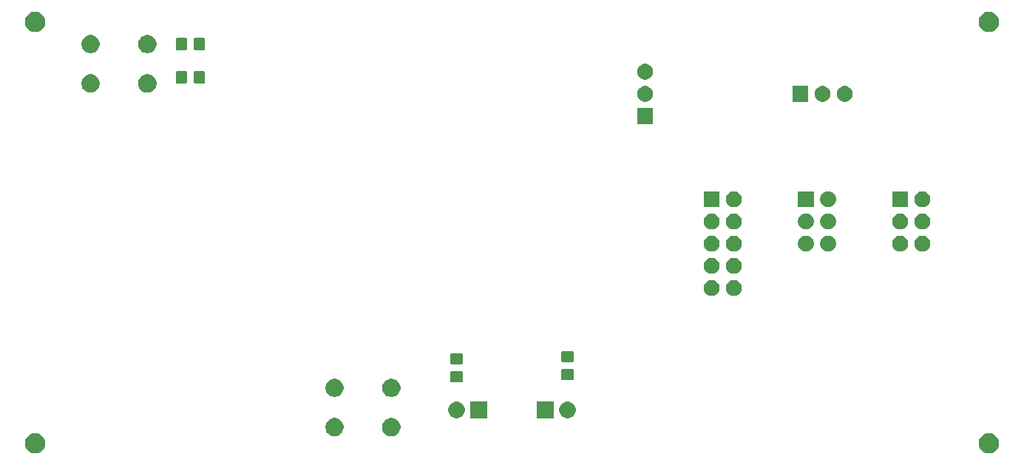
<source format=gbr>
%TF.GenerationSoftware,KiCad,Pcbnew,5.1.5-1.fc31*%
%TF.CreationDate,2020-04-02T16:35:23+02:00*%
%TF.ProjectId,avrisp-mkII-clone,61767269-7370-42d6-9d6b-49492d636c6f,1.0*%
%TF.SameCoordinates,PX54c81a0PY82ce540*%
%TF.FileFunction,Soldermask,Bot*%
%TF.FilePolarity,Negative*%
%FSLAX46Y46*%
G04 Gerber Fmt 4.6, Leading zero omitted, Abs format (unit mm)*
G04 Created by KiCad (PCBNEW 5.1.5-1.fc31) date 2020-04-02 16:35:23*
%MOMM*%
%LPD*%
G04 APERTURE LIST*
%ADD10C,0.150000*%
G04 APERTURE END LIST*
D10*
G36*
X111984549Y3668884D02*
G01*
X112095734Y3646768D01*
X112243850Y3585416D01*
X112272293Y3573635D01*
X112305203Y3560003D01*
X112493720Y3434040D01*
X112654040Y3273720D01*
X112780003Y3085203D01*
X112866768Y2875734D01*
X112911000Y2653364D01*
X112911000Y2426636D01*
X112866768Y2204266D01*
X112780003Y1994797D01*
X112654040Y1806280D01*
X112493720Y1645960D01*
X112305203Y1519997D01*
X112095734Y1433232D01*
X111984549Y1411116D01*
X111873365Y1389000D01*
X111646635Y1389000D01*
X111535451Y1411116D01*
X111424266Y1433232D01*
X111214797Y1519997D01*
X111026280Y1645960D01*
X110865960Y1806280D01*
X110739997Y1994797D01*
X110653232Y2204266D01*
X110609000Y2426636D01*
X110609000Y2653364D01*
X110653232Y2875734D01*
X110739997Y3085203D01*
X110865960Y3273720D01*
X111026280Y3434040D01*
X111214797Y3560003D01*
X111247708Y3573635D01*
X111276150Y3585416D01*
X111424266Y3646768D01*
X111535451Y3668884D01*
X111646635Y3691000D01*
X111873365Y3691000D01*
X111984549Y3668884D01*
G37*
G36*
X2764549Y3668884D02*
G01*
X2875734Y3646768D01*
X3023850Y3585416D01*
X3052293Y3573635D01*
X3085203Y3560003D01*
X3273720Y3434040D01*
X3434040Y3273720D01*
X3560003Y3085203D01*
X3646768Y2875734D01*
X3691000Y2653364D01*
X3691000Y2426636D01*
X3646768Y2204266D01*
X3560003Y1994797D01*
X3434040Y1806280D01*
X3273720Y1645960D01*
X3085203Y1519997D01*
X2875734Y1433232D01*
X2764549Y1411116D01*
X2653365Y1389000D01*
X2426635Y1389000D01*
X2315451Y1411116D01*
X2204266Y1433232D01*
X1994797Y1519997D01*
X1806280Y1645960D01*
X1645960Y1806280D01*
X1519997Y1994797D01*
X1433232Y2204266D01*
X1389000Y2426636D01*
X1389000Y2653364D01*
X1433232Y2875734D01*
X1519997Y3085203D01*
X1645960Y3273720D01*
X1806280Y3434040D01*
X1994797Y3560003D01*
X2027708Y3573635D01*
X2056150Y3585416D01*
X2204266Y3646768D01*
X2315451Y3668884D01*
X2426635Y3691000D01*
X2653365Y3691000D01*
X2764549Y3668884D01*
G37*
G36*
X43636564Y5400611D02*
G01*
X43827833Y5321385D01*
X43827835Y5321384D01*
X43999973Y5206365D01*
X44146365Y5059973D01*
X44261385Y4887833D01*
X44340611Y4696564D01*
X44381000Y4493516D01*
X44381000Y4286484D01*
X44340611Y4083436D01*
X44261385Y3892167D01*
X44261384Y3892165D01*
X44146365Y3720027D01*
X43999973Y3573635D01*
X43827835Y3458616D01*
X43827834Y3458615D01*
X43827833Y3458615D01*
X43636564Y3379389D01*
X43433516Y3339000D01*
X43226484Y3339000D01*
X43023436Y3379389D01*
X42832167Y3458615D01*
X42832166Y3458615D01*
X42832165Y3458616D01*
X42660027Y3573635D01*
X42513635Y3720027D01*
X42398616Y3892165D01*
X42398615Y3892167D01*
X42319389Y4083436D01*
X42279000Y4286484D01*
X42279000Y4493516D01*
X42319389Y4696564D01*
X42398615Y4887833D01*
X42513635Y5059973D01*
X42660027Y5206365D01*
X42832165Y5321384D01*
X42832167Y5321385D01*
X43023436Y5400611D01*
X43226484Y5441000D01*
X43433516Y5441000D01*
X43636564Y5400611D01*
G37*
G36*
X37136564Y5400611D02*
G01*
X37327833Y5321385D01*
X37327835Y5321384D01*
X37499973Y5206365D01*
X37646365Y5059973D01*
X37761385Y4887833D01*
X37840611Y4696564D01*
X37881000Y4493516D01*
X37881000Y4286484D01*
X37840611Y4083436D01*
X37761385Y3892167D01*
X37761384Y3892165D01*
X37646365Y3720027D01*
X37499973Y3573635D01*
X37327835Y3458616D01*
X37327834Y3458615D01*
X37327833Y3458615D01*
X37136564Y3379389D01*
X36933516Y3339000D01*
X36726484Y3339000D01*
X36523436Y3379389D01*
X36332167Y3458615D01*
X36332166Y3458615D01*
X36332165Y3458616D01*
X36160027Y3573635D01*
X36013635Y3720027D01*
X35898616Y3892165D01*
X35898615Y3892167D01*
X35819389Y4083436D01*
X35779000Y4286484D01*
X35779000Y4493516D01*
X35819389Y4696564D01*
X35898615Y4887833D01*
X36013635Y5059973D01*
X36160027Y5206365D01*
X36332165Y5321384D01*
X36332167Y5321385D01*
X36523436Y5400611D01*
X36726484Y5441000D01*
X36933516Y5441000D01*
X37136564Y5400611D01*
G37*
G36*
X63777395Y7264454D02*
G01*
X63950466Y7192766D01*
X63950467Y7192765D01*
X64106227Y7088690D01*
X64238690Y6956227D01*
X64238691Y6956225D01*
X64342766Y6800466D01*
X64414454Y6627395D01*
X64451000Y6443667D01*
X64451000Y6256333D01*
X64414454Y6072605D01*
X64342766Y5899534D01*
X64342765Y5899533D01*
X64238690Y5743773D01*
X64106227Y5611310D01*
X64027818Y5558919D01*
X63950466Y5507234D01*
X63777395Y5435546D01*
X63593667Y5399000D01*
X63406333Y5399000D01*
X63222605Y5435546D01*
X63049534Y5507234D01*
X62972182Y5558919D01*
X62893773Y5611310D01*
X62761310Y5743773D01*
X62657235Y5899533D01*
X62657234Y5899534D01*
X62585546Y6072605D01*
X62549000Y6256333D01*
X62549000Y6443667D01*
X62585546Y6627395D01*
X62657234Y6800466D01*
X62761309Y6956225D01*
X62761310Y6956227D01*
X62893773Y7088690D01*
X63049533Y7192765D01*
X63049534Y7192766D01*
X63222605Y7264454D01*
X63406333Y7301000D01*
X63593667Y7301000D01*
X63777395Y7264454D01*
G37*
G36*
X54291000Y5399000D02*
G01*
X52389000Y5399000D01*
X52389000Y7301000D01*
X54291000Y7301000D01*
X54291000Y5399000D01*
G37*
G36*
X51077395Y7264454D02*
G01*
X51250466Y7192766D01*
X51250467Y7192765D01*
X51406227Y7088690D01*
X51538690Y6956227D01*
X51538691Y6956225D01*
X51642766Y6800466D01*
X51714454Y6627395D01*
X51751000Y6443667D01*
X51751000Y6256333D01*
X51714454Y6072605D01*
X51642766Y5899534D01*
X51642765Y5899533D01*
X51538690Y5743773D01*
X51406227Y5611310D01*
X51327818Y5558919D01*
X51250466Y5507234D01*
X51077395Y5435546D01*
X50893667Y5399000D01*
X50706333Y5399000D01*
X50522605Y5435546D01*
X50349534Y5507234D01*
X50272182Y5558919D01*
X50193773Y5611310D01*
X50061310Y5743773D01*
X49957235Y5899533D01*
X49957234Y5899534D01*
X49885546Y6072605D01*
X49849000Y6256333D01*
X49849000Y6443667D01*
X49885546Y6627395D01*
X49957234Y6800466D01*
X50061309Y6956225D01*
X50061310Y6956227D01*
X50193773Y7088690D01*
X50349533Y7192765D01*
X50349534Y7192766D01*
X50522605Y7264454D01*
X50706333Y7301000D01*
X50893667Y7301000D01*
X51077395Y7264454D01*
G37*
G36*
X61911000Y5399000D02*
G01*
X60009000Y5399000D01*
X60009000Y7301000D01*
X61911000Y7301000D01*
X61911000Y5399000D01*
G37*
G36*
X37136564Y9900611D02*
G01*
X37327833Y9821385D01*
X37327835Y9821384D01*
X37447149Y9741661D01*
X37499973Y9706365D01*
X37646365Y9559973D01*
X37761385Y9387833D01*
X37840611Y9196564D01*
X37881000Y8993516D01*
X37881000Y8786484D01*
X37840611Y8583436D01*
X37761385Y8392167D01*
X37761384Y8392165D01*
X37646365Y8220027D01*
X37499973Y8073635D01*
X37327835Y7958616D01*
X37327834Y7958615D01*
X37327833Y7958615D01*
X37136564Y7879389D01*
X36933516Y7839000D01*
X36726484Y7839000D01*
X36523436Y7879389D01*
X36332167Y7958615D01*
X36332166Y7958615D01*
X36332165Y7958616D01*
X36160027Y8073635D01*
X36013635Y8220027D01*
X35898616Y8392165D01*
X35898615Y8392167D01*
X35819389Y8583436D01*
X35779000Y8786484D01*
X35779000Y8993516D01*
X35819389Y9196564D01*
X35898615Y9387833D01*
X36013635Y9559973D01*
X36160027Y9706365D01*
X36212851Y9741661D01*
X36332165Y9821384D01*
X36332167Y9821385D01*
X36523436Y9900611D01*
X36726484Y9941000D01*
X36933516Y9941000D01*
X37136564Y9900611D01*
G37*
G36*
X43636564Y9900611D02*
G01*
X43827833Y9821385D01*
X43827835Y9821384D01*
X43947149Y9741661D01*
X43999973Y9706365D01*
X44146365Y9559973D01*
X44261385Y9387833D01*
X44340611Y9196564D01*
X44381000Y8993516D01*
X44381000Y8786484D01*
X44340611Y8583436D01*
X44261385Y8392167D01*
X44261384Y8392165D01*
X44146365Y8220027D01*
X43999973Y8073635D01*
X43827835Y7958616D01*
X43827834Y7958615D01*
X43827833Y7958615D01*
X43636564Y7879389D01*
X43433516Y7839000D01*
X43226484Y7839000D01*
X43023436Y7879389D01*
X42832167Y7958615D01*
X42832166Y7958615D01*
X42832165Y7958616D01*
X42660027Y8073635D01*
X42513635Y8220027D01*
X42398616Y8392165D01*
X42398615Y8392167D01*
X42319389Y8583436D01*
X42279000Y8786484D01*
X42279000Y8993516D01*
X42319389Y9196564D01*
X42398615Y9387833D01*
X42513635Y9559973D01*
X42660027Y9706365D01*
X42712851Y9741661D01*
X42832165Y9821384D01*
X42832167Y9821385D01*
X43023436Y9900611D01*
X43226484Y9941000D01*
X43433516Y9941000D01*
X43636564Y9900611D01*
G37*
G36*
X51388674Y10781535D02*
G01*
X51426367Y10770101D01*
X51461103Y10751534D01*
X51491548Y10726548D01*
X51516534Y10696103D01*
X51535101Y10661367D01*
X51546535Y10623674D01*
X51551000Y10578339D01*
X51551000Y9741661D01*
X51546535Y9696326D01*
X51535101Y9658633D01*
X51516534Y9623897D01*
X51491548Y9593452D01*
X51461103Y9568466D01*
X51426367Y9549899D01*
X51388674Y9538465D01*
X51343339Y9534000D01*
X50256661Y9534000D01*
X50211326Y9538465D01*
X50173633Y9549899D01*
X50138897Y9568466D01*
X50108452Y9593452D01*
X50083466Y9623897D01*
X50064899Y9658633D01*
X50053465Y9696326D01*
X50049000Y9741661D01*
X50049000Y10578339D01*
X50053465Y10623674D01*
X50064899Y10661367D01*
X50083466Y10696103D01*
X50108452Y10726548D01*
X50138897Y10751534D01*
X50173633Y10770101D01*
X50211326Y10781535D01*
X50256661Y10786000D01*
X51343339Y10786000D01*
X51388674Y10781535D01*
G37*
G36*
X64088674Y11026535D02*
G01*
X64126367Y11015101D01*
X64161103Y10996534D01*
X64191548Y10971548D01*
X64216534Y10941103D01*
X64235101Y10906367D01*
X64246535Y10868674D01*
X64251000Y10823339D01*
X64251000Y9986661D01*
X64246535Y9941326D01*
X64235101Y9903633D01*
X64216534Y9868897D01*
X64191548Y9838452D01*
X64161103Y9813466D01*
X64126367Y9794899D01*
X64088674Y9783465D01*
X64043339Y9779000D01*
X62956661Y9779000D01*
X62911326Y9783465D01*
X62873633Y9794899D01*
X62838897Y9813466D01*
X62808452Y9838452D01*
X62783466Y9868897D01*
X62764899Y9903633D01*
X62753465Y9941326D01*
X62749000Y9986661D01*
X62749000Y10823339D01*
X62753465Y10868674D01*
X62764899Y10906367D01*
X62783466Y10941103D01*
X62808452Y10971548D01*
X62838897Y10996534D01*
X62873633Y11015101D01*
X62911326Y11026535D01*
X62956661Y11031000D01*
X64043339Y11031000D01*
X64088674Y11026535D01*
G37*
G36*
X51388674Y12831535D02*
G01*
X51426367Y12820101D01*
X51461103Y12801534D01*
X51491548Y12776548D01*
X51516534Y12746103D01*
X51535101Y12711367D01*
X51546535Y12673674D01*
X51551000Y12628339D01*
X51551000Y11791661D01*
X51546535Y11746326D01*
X51535101Y11708633D01*
X51516534Y11673897D01*
X51491548Y11643452D01*
X51461103Y11618466D01*
X51426367Y11599899D01*
X51388674Y11588465D01*
X51343339Y11584000D01*
X50256661Y11584000D01*
X50211326Y11588465D01*
X50173633Y11599899D01*
X50138897Y11618466D01*
X50108452Y11643452D01*
X50083466Y11673897D01*
X50064899Y11708633D01*
X50053465Y11746326D01*
X50049000Y11791661D01*
X50049000Y12628339D01*
X50053465Y12673674D01*
X50064899Y12711367D01*
X50083466Y12746103D01*
X50108452Y12776548D01*
X50138897Y12801534D01*
X50173633Y12820101D01*
X50211326Y12831535D01*
X50256661Y12836000D01*
X51343339Y12836000D01*
X51388674Y12831535D01*
G37*
G36*
X64088674Y13076535D02*
G01*
X64126367Y13065101D01*
X64161103Y13046534D01*
X64191548Y13021548D01*
X64216534Y12991103D01*
X64235101Y12956367D01*
X64246535Y12918674D01*
X64251000Y12873339D01*
X64251000Y12036661D01*
X64246535Y11991326D01*
X64235101Y11953633D01*
X64216534Y11918897D01*
X64191548Y11888452D01*
X64161103Y11863466D01*
X64126367Y11844899D01*
X64088674Y11833465D01*
X64043339Y11829000D01*
X62956661Y11829000D01*
X62911326Y11833465D01*
X62873633Y11844899D01*
X62838897Y11863466D01*
X62808452Y11888452D01*
X62783466Y11918897D01*
X62764899Y11953633D01*
X62753465Y11991326D01*
X62749000Y12036661D01*
X62749000Y12873339D01*
X62753465Y12918674D01*
X62764899Y12956367D01*
X62783466Y12991103D01*
X62808452Y13021548D01*
X62838897Y13046534D01*
X62873633Y13065101D01*
X62911326Y13076535D01*
X62956661Y13081000D01*
X64043339Y13081000D01*
X64088674Y13076535D01*
G37*
G36*
X82816778Y21199453D02*
G01*
X82983224Y21130509D01*
X83133022Y21030417D01*
X83260417Y20903022D01*
X83360509Y20753224D01*
X83429453Y20586778D01*
X83464600Y20410082D01*
X83464600Y20229918D01*
X83429453Y20053222D01*
X83360509Y19886776D01*
X83260417Y19736978D01*
X83133022Y19609583D01*
X82983224Y19509491D01*
X82816778Y19440547D01*
X82640082Y19405400D01*
X82459918Y19405400D01*
X82283222Y19440547D01*
X82116776Y19509491D01*
X81966978Y19609583D01*
X81839583Y19736978D01*
X81739491Y19886776D01*
X81670547Y20053222D01*
X81635400Y20229918D01*
X81635400Y20410082D01*
X81670547Y20586778D01*
X81739491Y20753224D01*
X81839583Y20903022D01*
X81966978Y21030417D01*
X82116776Y21130509D01*
X82283222Y21199453D01*
X82459918Y21234600D01*
X82640082Y21234600D01*
X82816778Y21199453D01*
G37*
G36*
X80276778Y21199453D02*
G01*
X80443224Y21130509D01*
X80593022Y21030417D01*
X80720417Y20903022D01*
X80820509Y20753224D01*
X80889453Y20586778D01*
X80924600Y20410082D01*
X80924600Y20229918D01*
X80889453Y20053222D01*
X80820509Y19886776D01*
X80720417Y19736978D01*
X80593022Y19609583D01*
X80443224Y19509491D01*
X80276778Y19440547D01*
X80100082Y19405400D01*
X79919918Y19405400D01*
X79743222Y19440547D01*
X79576776Y19509491D01*
X79426978Y19609583D01*
X79299583Y19736978D01*
X79199491Y19886776D01*
X79130547Y20053222D01*
X79095400Y20229918D01*
X79095400Y20410082D01*
X79130547Y20586778D01*
X79199491Y20753224D01*
X79299583Y20903022D01*
X79426978Y21030417D01*
X79576776Y21130509D01*
X79743222Y21199453D01*
X79919918Y21234600D01*
X80100082Y21234600D01*
X80276778Y21199453D01*
G37*
G36*
X82816778Y23739453D02*
G01*
X82983224Y23670509D01*
X83133022Y23570417D01*
X83260417Y23443022D01*
X83360509Y23293224D01*
X83429453Y23126778D01*
X83464600Y22950082D01*
X83464600Y22769918D01*
X83429453Y22593222D01*
X83360509Y22426776D01*
X83260417Y22276978D01*
X83133022Y22149583D01*
X82983224Y22049491D01*
X82816778Y21980547D01*
X82640082Y21945400D01*
X82459918Y21945400D01*
X82283222Y21980547D01*
X82116776Y22049491D01*
X81966978Y22149583D01*
X81839583Y22276978D01*
X81739491Y22426776D01*
X81670547Y22593222D01*
X81635400Y22769918D01*
X81635400Y22950082D01*
X81670547Y23126778D01*
X81739491Y23293224D01*
X81839583Y23443022D01*
X81966978Y23570417D01*
X82116776Y23670509D01*
X82283222Y23739453D01*
X82459918Y23774600D01*
X82640082Y23774600D01*
X82816778Y23739453D01*
G37*
G36*
X80276778Y23739453D02*
G01*
X80443224Y23670509D01*
X80593022Y23570417D01*
X80720417Y23443022D01*
X80820509Y23293224D01*
X80889453Y23126778D01*
X80924600Y22950082D01*
X80924600Y22769918D01*
X80889453Y22593222D01*
X80820509Y22426776D01*
X80720417Y22276978D01*
X80593022Y22149583D01*
X80443224Y22049491D01*
X80276778Y21980547D01*
X80100082Y21945400D01*
X79919918Y21945400D01*
X79743222Y21980547D01*
X79576776Y22049491D01*
X79426978Y22149583D01*
X79299583Y22276978D01*
X79199491Y22426776D01*
X79130547Y22593222D01*
X79095400Y22769918D01*
X79095400Y22950082D01*
X79130547Y23126778D01*
X79199491Y23293224D01*
X79299583Y23443022D01*
X79426978Y23570417D01*
X79576776Y23670509D01*
X79743222Y23739453D01*
X79919918Y23774600D01*
X80100082Y23774600D01*
X80276778Y23739453D01*
G37*
G36*
X104406778Y26279453D02*
G01*
X104573224Y26210509D01*
X104723022Y26110417D01*
X104850417Y25983022D01*
X104950509Y25833224D01*
X105019453Y25666778D01*
X105054600Y25490082D01*
X105054600Y25309918D01*
X105019453Y25133222D01*
X104950509Y24966776D01*
X104850417Y24816978D01*
X104723022Y24689583D01*
X104573224Y24589491D01*
X104406778Y24520547D01*
X104230082Y24485400D01*
X104049918Y24485400D01*
X103873222Y24520547D01*
X103706776Y24589491D01*
X103556978Y24689583D01*
X103429583Y24816978D01*
X103329491Y24966776D01*
X103260547Y25133222D01*
X103225400Y25309918D01*
X103225400Y25490082D01*
X103260547Y25666778D01*
X103329491Y25833224D01*
X103429583Y25983022D01*
X103556978Y26110417D01*
X103706776Y26210509D01*
X103873222Y26279453D01*
X104049918Y26314600D01*
X104230082Y26314600D01*
X104406778Y26279453D01*
G37*
G36*
X101866778Y26279453D02*
G01*
X102033224Y26210509D01*
X102183022Y26110417D01*
X102310417Y25983022D01*
X102410509Y25833224D01*
X102479453Y25666778D01*
X102514600Y25490082D01*
X102514600Y25309918D01*
X102479453Y25133222D01*
X102410509Y24966776D01*
X102310417Y24816978D01*
X102183022Y24689583D01*
X102033224Y24589491D01*
X101866778Y24520547D01*
X101690082Y24485400D01*
X101509918Y24485400D01*
X101333222Y24520547D01*
X101166776Y24589491D01*
X101016978Y24689583D01*
X100889583Y24816978D01*
X100789491Y24966776D01*
X100720547Y25133222D01*
X100685400Y25309918D01*
X100685400Y25490082D01*
X100720547Y25666778D01*
X100789491Y25833224D01*
X100889583Y25983022D01*
X101016978Y26110417D01*
X101166776Y26210509D01*
X101333222Y26279453D01*
X101509918Y26314600D01*
X101690082Y26314600D01*
X101866778Y26279453D01*
G37*
G36*
X93611778Y26279453D02*
G01*
X93778224Y26210509D01*
X93928022Y26110417D01*
X94055417Y25983022D01*
X94155509Y25833224D01*
X94224453Y25666778D01*
X94259600Y25490082D01*
X94259600Y25309918D01*
X94224453Y25133222D01*
X94155509Y24966776D01*
X94055417Y24816978D01*
X93928022Y24689583D01*
X93778224Y24589491D01*
X93611778Y24520547D01*
X93435082Y24485400D01*
X93254918Y24485400D01*
X93078222Y24520547D01*
X92911776Y24589491D01*
X92761978Y24689583D01*
X92634583Y24816978D01*
X92534491Y24966776D01*
X92465547Y25133222D01*
X92430400Y25309918D01*
X92430400Y25490082D01*
X92465547Y25666778D01*
X92534491Y25833224D01*
X92634583Y25983022D01*
X92761978Y26110417D01*
X92911776Y26210509D01*
X93078222Y26279453D01*
X93254918Y26314600D01*
X93435082Y26314600D01*
X93611778Y26279453D01*
G37*
G36*
X91071778Y26279453D02*
G01*
X91238224Y26210509D01*
X91388022Y26110417D01*
X91515417Y25983022D01*
X91615509Y25833224D01*
X91684453Y25666778D01*
X91719600Y25490082D01*
X91719600Y25309918D01*
X91684453Y25133222D01*
X91615509Y24966776D01*
X91515417Y24816978D01*
X91388022Y24689583D01*
X91238224Y24589491D01*
X91071778Y24520547D01*
X90895082Y24485400D01*
X90714918Y24485400D01*
X90538222Y24520547D01*
X90371776Y24589491D01*
X90221978Y24689583D01*
X90094583Y24816978D01*
X89994491Y24966776D01*
X89925547Y25133222D01*
X89890400Y25309918D01*
X89890400Y25490082D01*
X89925547Y25666778D01*
X89994491Y25833224D01*
X90094583Y25983022D01*
X90221978Y26110417D01*
X90371776Y26210509D01*
X90538222Y26279453D01*
X90714918Y26314600D01*
X90895082Y26314600D01*
X91071778Y26279453D01*
G37*
G36*
X80276778Y26279453D02*
G01*
X80443224Y26210509D01*
X80593022Y26110417D01*
X80720417Y25983022D01*
X80820509Y25833224D01*
X80889453Y25666778D01*
X80924600Y25490082D01*
X80924600Y25309918D01*
X80889453Y25133222D01*
X80820509Y24966776D01*
X80720417Y24816978D01*
X80593022Y24689583D01*
X80443224Y24589491D01*
X80276778Y24520547D01*
X80100082Y24485400D01*
X79919918Y24485400D01*
X79743222Y24520547D01*
X79576776Y24589491D01*
X79426978Y24689583D01*
X79299583Y24816978D01*
X79199491Y24966776D01*
X79130547Y25133222D01*
X79095400Y25309918D01*
X79095400Y25490082D01*
X79130547Y25666778D01*
X79199491Y25833224D01*
X79299583Y25983022D01*
X79426978Y26110417D01*
X79576776Y26210509D01*
X79743222Y26279453D01*
X79919918Y26314600D01*
X80100082Y26314600D01*
X80276778Y26279453D01*
G37*
G36*
X82816778Y26279453D02*
G01*
X82983224Y26210509D01*
X83133022Y26110417D01*
X83260417Y25983022D01*
X83360509Y25833224D01*
X83429453Y25666778D01*
X83464600Y25490082D01*
X83464600Y25309918D01*
X83429453Y25133222D01*
X83360509Y24966776D01*
X83260417Y24816978D01*
X83133022Y24689583D01*
X82983224Y24589491D01*
X82816778Y24520547D01*
X82640082Y24485400D01*
X82459918Y24485400D01*
X82283222Y24520547D01*
X82116776Y24589491D01*
X81966978Y24689583D01*
X81839583Y24816978D01*
X81739491Y24966776D01*
X81670547Y25133222D01*
X81635400Y25309918D01*
X81635400Y25490082D01*
X81670547Y25666778D01*
X81739491Y25833224D01*
X81839583Y25983022D01*
X81966978Y26110417D01*
X82116776Y26210509D01*
X82283222Y26279453D01*
X82459918Y26314600D01*
X82640082Y26314600D01*
X82816778Y26279453D01*
G37*
G36*
X82816778Y28819453D02*
G01*
X82983224Y28750509D01*
X83133022Y28650417D01*
X83260417Y28523022D01*
X83360509Y28373224D01*
X83429453Y28206778D01*
X83464600Y28030082D01*
X83464600Y27849918D01*
X83429453Y27673222D01*
X83360509Y27506776D01*
X83260417Y27356978D01*
X83133022Y27229583D01*
X82983224Y27129491D01*
X82816778Y27060547D01*
X82640082Y27025400D01*
X82459918Y27025400D01*
X82283222Y27060547D01*
X82116776Y27129491D01*
X81966978Y27229583D01*
X81839583Y27356978D01*
X81739491Y27506776D01*
X81670547Y27673222D01*
X81635400Y27849918D01*
X81635400Y28030082D01*
X81670547Y28206778D01*
X81739491Y28373224D01*
X81839583Y28523022D01*
X81966978Y28650417D01*
X82116776Y28750509D01*
X82283222Y28819453D01*
X82459918Y28854600D01*
X82640082Y28854600D01*
X82816778Y28819453D01*
G37*
G36*
X91071778Y28819453D02*
G01*
X91238224Y28750509D01*
X91388022Y28650417D01*
X91515417Y28523022D01*
X91615509Y28373224D01*
X91684453Y28206778D01*
X91719600Y28030082D01*
X91719600Y27849918D01*
X91684453Y27673222D01*
X91615509Y27506776D01*
X91515417Y27356978D01*
X91388022Y27229583D01*
X91238224Y27129491D01*
X91071778Y27060547D01*
X90895082Y27025400D01*
X90714918Y27025400D01*
X90538222Y27060547D01*
X90371776Y27129491D01*
X90221978Y27229583D01*
X90094583Y27356978D01*
X89994491Y27506776D01*
X89925547Y27673222D01*
X89890400Y27849918D01*
X89890400Y28030082D01*
X89925547Y28206778D01*
X89994491Y28373224D01*
X90094583Y28523022D01*
X90221978Y28650417D01*
X90371776Y28750509D01*
X90538222Y28819453D01*
X90714918Y28854600D01*
X90895082Y28854600D01*
X91071778Y28819453D01*
G37*
G36*
X101866778Y28819453D02*
G01*
X102033224Y28750509D01*
X102183022Y28650417D01*
X102310417Y28523022D01*
X102410509Y28373224D01*
X102479453Y28206778D01*
X102514600Y28030082D01*
X102514600Y27849918D01*
X102479453Y27673222D01*
X102410509Y27506776D01*
X102310417Y27356978D01*
X102183022Y27229583D01*
X102033224Y27129491D01*
X101866778Y27060547D01*
X101690082Y27025400D01*
X101509918Y27025400D01*
X101333222Y27060547D01*
X101166776Y27129491D01*
X101016978Y27229583D01*
X100889583Y27356978D01*
X100789491Y27506776D01*
X100720547Y27673222D01*
X100685400Y27849918D01*
X100685400Y28030082D01*
X100720547Y28206778D01*
X100789491Y28373224D01*
X100889583Y28523022D01*
X101016978Y28650417D01*
X101166776Y28750509D01*
X101333222Y28819453D01*
X101509918Y28854600D01*
X101690082Y28854600D01*
X101866778Y28819453D01*
G37*
G36*
X104406778Y28819453D02*
G01*
X104573224Y28750509D01*
X104723022Y28650417D01*
X104850417Y28523022D01*
X104950509Y28373224D01*
X105019453Y28206778D01*
X105054600Y28030082D01*
X105054600Y27849918D01*
X105019453Y27673222D01*
X104950509Y27506776D01*
X104850417Y27356978D01*
X104723022Y27229583D01*
X104573224Y27129491D01*
X104406778Y27060547D01*
X104230082Y27025400D01*
X104049918Y27025400D01*
X103873222Y27060547D01*
X103706776Y27129491D01*
X103556978Y27229583D01*
X103429583Y27356978D01*
X103329491Y27506776D01*
X103260547Y27673222D01*
X103225400Y27849918D01*
X103225400Y28030082D01*
X103260547Y28206778D01*
X103329491Y28373224D01*
X103429583Y28523022D01*
X103556978Y28650417D01*
X103706776Y28750509D01*
X103873222Y28819453D01*
X104049918Y28854600D01*
X104230082Y28854600D01*
X104406778Y28819453D01*
G37*
G36*
X80276778Y28819453D02*
G01*
X80443224Y28750509D01*
X80593022Y28650417D01*
X80720417Y28523022D01*
X80820509Y28373224D01*
X80889453Y28206778D01*
X80924600Y28030082D01*
X80924600Y27849918D01*
X80889453Y27673222D01*
X80820509Y27506776D01*
X80720417Y27356978D01*
X80593022Y27229583D01*
X80443224Y27129491D01*
X80276778Y27060547D01*
X80100082Y27025400D01*
X79919918Y27025400D01*
X79743222Y27060547D01*
X79576776Y27129491D01*
X79426978Y27229583D01*
X79299583Y27356978D01*
X79199491Y27506776D01*
X79130547Y27673222D01*
X79095400Y27849918D01*
X79095400Y28030082D01*
X79130547Y28206778D01*
X79199491Y28373224D01*
X79299583Y28523022D01*
X79426978Y28650417D01*
X79576776Y28750509D01*
X79743222Y28819453D01*
X79919918Y28854600D01*
X80100082Y28854600D01*
X80276778Y28819453D01*
G37*
G36*
X93611778Y28819453D02*
G01*
X93778224Y28750509D01*
X93928022Y28650417D01*
X94055417Y28523022D01*
X94155509Y28373224D01*
X94224453Y28206778D01*
X94259600Y28030082D01*
X94259600Y27849918D01*
X94224453Y27673222D01*
X94155509Y27506776D01*
X94055417Y27356978D01*
X93928022Y27229583D01*
X93778224Y27129491D01*
X93611778Y27060547D01*
X93435082Y27025400D01*
X93254918Y27025400D01*
X93078222Y27060547D01*
X92911776Y27129491D01*
X92761978Y27229583D01*
X92634583Y27356978D01*
X92534491Y27506776D01*
X92465547Y27673222D01*
X92430400Y27849918D01*
X92430400Y28030082D01*
X92465547Y28206778D01*
X92534491Y28373224D01*
X92634583Y28523022D01*
X92761978Y28650417D01*
X92911776Y28750509D01*
X93078222Y28819453D01*
X93254918Y28854600D01*
X93435082Y28854600D01*
X93611778Y28819453D01*
G37*
G36*
X93611778Y31359453D02*
G01*
X93778224Y31290509D01*
X93928022Y31190417D01*
X94055417Y31063022D01*
X94155509Y30913224D01*
X94224453Y30746778D01*
X94259600Y30570082D01*
X94259600Y30389918D01*
X94224453Y30213222D01*
X94155509Y30046776D01*
X94055417Y29896978D01*
X93928022Y29769583D01*
X93778224Y29669491D01*
X93611778Y29600547D01*
X93435082Y29565400D01*
X93254918Y29565400D01*
X93078222Y29600547D01*
X92911776Y29669491D01*
X92761978Y29769583D01*
X92634583Y29896978D01*
X92534491Y30046776D01*
X92465547Y30213222D01*
X92430400Y30389918D01*
X92430400Y30570082D01*
X92465547Y30746778D01*
X92534491Y30913224D01*
X92634583Y31063022D01*
X92761978Y31190417D01*
X92911776Y31290509D01*
X93078222Y31359453D01*
X93254918Y31394600D01*
X93435082Y31394600D01*
X93611778Y31359453D01*
G37*
G36*
X80924600Y29565400D02*
G01*
X79095400Y29565400D01*
X79095400Y31394600D01*
X80924600Y31394600D01*
X80924600Y29565400D01*
G37*
G36*
X91719600Y29565400D02*
G01*
X89890400Y29565400D01*
X89890400Y31394600D01*
X91719600Y31394600D01*
X91719600Y29565400D01*
G37*
G36*
X104406778Y31359453D02*
G01*
X104573224Y31290509D01*
X104723022Y31190417D01*
X104850417Y31063022D01*
X104950509Y30913224D01*
X105019453Y30746778D01*
X105054600Y30570082D01*
X105054600Y30389918D01*
X105019453Y30213222D01*
X104950509Y30046776D01*
X104850417Y29896978D01*
X104723022Y29769583D01*
X104573224Y29669491D01*
X104406778Y29600547D01*
X104230082Y29565400D01*
X104049918Y29565400D01*
X103873222Y29600547D01*
X103706776Y29669491D01*
X103556978Y29769583D01*
X103429583Y29896978D01*
X103329491Y30046776D01*
X103260547Y30213222D01*
X103225400Y30389918D01*
X103225400Y30570082D01*
X103260547Y30746778D01*
X103329491Y30913224D01*
X103429583Y31063022D01*
X103556978Y31190417D01*
X103706776Y31290509D01*
X103873222Y31359453D01*
X104049918Y31394600D01*
X104230082Y31394600D01*
X104406778Y31359453D01*
G37*
G36*
X82816778Y31359453D02*
G01*
X82983224Y31290509D01*
X83133022Y31190417D01*
X83260417Y31063022D01*
X83360509Y30913224D01*
X83429453Y30746778D01*
X83464600Y30570082D01*
X83464600Y30389918D01*
X83429453Y30213222D01*
X83360509Y30046776D01*
X83260417Y29896978D01*
X83133022Y29769583D01*
X82983224Y29669491D01*
X82816778Y29600547D01*
X82640082Y29565400D01*
X82459918Y29565400D01*
X82283222Y29600547D01*
X82116776Y29669491D01*
X81966978Y29769583D01*
X81839583Y29896978D01*
X81739491Y30046776D01*
X81670547Y30213222D01*
X81635400Y30389918D01*
X81635400Y30570082D01*
X81670547Y30746778D01*
X81739491Y30913224D01*
X81839583Y31063022D01*
X81966978Y31190417D01*
X82116776Y31290509D01*
X82283222Y31359453D01*
X82459918Y31394600D01*
X82640082Y31394600D01*
X82816778Y31359453D01*
G37*
G36*
X102514600Y29565400D02*
G01*
X100685400Y29565400D01*
X100685400Y31394600D01*
X102514600Y31394600D01*
X102514600Y29565400D01*
G37*
G36*
X73291000Y39104000D02*
G01*
X71489000Y39104000D01*
X71489000Y40906000D01*
X73291000Y40906000D01*
X73291000Y39104000D01*
G37*
G36*
X95363512Y43441073D02*
G01*
X95512812Y43411376D01*
X95676784Y43343456D01*
X95824354Y43244853D01*
X95949853Y43119354D01*
X96048456Y42971784D01*
X96116376Y42807812D01*
X96151000Y42633741D01*
X96151000Y42456259D01*
X96116376Y42282188D01*
X96048456Y42118216D01*
X95949853Y41970646D01*
X95824354Y41845147D01*
X95676784Y41746544D01*
X95512812Y41678624D01*
X95363512Y41648927D01*
X95338742Y41644000D01*
X95161258Y41644000D01*
X95136488Y41648927D01*
X94987188Y41678624D01*
X94823216Y41746544D01*
X94675646Y41845147D01*
X94550147Y41970646D01*
X94451544Y42118216D01*
X94383624Y42282188D01*
X94349000Y42456259D01*
X94349000Y42633741D01*
X94383624Y42807812D01*
X94451544Y42971784D01*
X94550147Y43119354D01*
X94675646Y43244853D01*
X94823216Y43343456D01*
X94987188Y43411376D01*
X95136488Y43441073D01*
X95161258Y43446000D01*
X95338742Y43446000D01*
X95363512Y43441073D01*
G37*
G36*
X91071000Y41644000D02*
G01*
X89269000Y41644000D01*
X89269000Y43446000D01*
X91071000Y43446000D01*
X91071000Y41644000D01*
G37*
G36*
X72503512Y43441073D02*
G01*
X72652812Y43411376D01*
X72816784Y43343456D01*
X72964354Y43244853D01*
X73089853Y43119354D01*
X73188456Y42971784D01*
X73256376Y42807812D01*
X73291000Y42633741D01*
X73291000Y42456259D01*
X73256376Y42282188D01*
X73188456Y42118216D01*
X73089853Y41970646D01*
X72964354Y41845147D01*
X72816784Y41746544D01*
X72652812Y41678624D01*
X72503512Y41648927D01*
X72478742Y41644000D01*
X72301258Y41644000D01*
X72276488Y41648927D01*
X72127188Y41678624D01*
X71963216Y41746544D01*
X71815646Y41845147D01*
X71690147Y41970646D01*
X71591544Y42118216D01*
X71523624Y42282188D01*
X71489000Y42456259D01*
X71489000Y42633741D01*
X71523624Y42807812D01*
X71591544Y42971784D01*
X71690147Y43119354D01*
X71815646Y43244853D01*
X71963216Y43343456D01*
X72127188Y43411376D01*
X72276488Y43441073D01*
X72301258Y43446000D01*
X72478742Y43446000D01*
X72503512Y43441073D01*
G37*
G36*
X92823512Y43441073D02*
G01*
X92972812Y43411376D01*
X93136784Y43343456D01*
X93284354Y43244853D01*
X93409853Y43119354D01*
X93508456Y42971784D01*
X93576376Y42807812D01*
X93611000Y42633741D01*
X93611000Y42456259D01*
X93576376Y42282188D01*
X93508456Y42118216D01*
X93409853Y41970646D01*
X93284354Y41845147D01*
X93136784Y41746544D01*
X92972812Y41678624D01*
X92823512Y41648927D01*
X92798742Y41644000D01*
X92621258Y41644000D01*
X92596488Y41648927D01*
X92447188Y41678624D01*
X92283216Y41746544D01*
X92135646Y41845147D01*
X92010147Y41970646D01*
X91911544Y42118216D01*
X91843624Y42282188D01*
X91809000Y42456259D01*
X91809000Y42633741D01*
X91843624Y42807812D01*
X91911544Y42971784D01*
X92010147Y43119354D01*
X92135646Y43244853D01*
X92283216Y43343456D01*
X92447188Y43411376D01*
X92596488Y43441073D01*
X92621258Y43446000D01*
X92798742Y43446000D01*
X92823512Y43441073D01*
G37*
G36*
X9196564Y44770611D02*
G01*
X9387833Y44691385D01*
X9387835Y44691384D01*
X9437471Y44658218D01*
X9559973Y44576365D01*
X9706365Y44429973D01*
X9821385Y44257833D01*
X9900611Y44066564D01*
X9941000Y43863516D01*
X9941000Y43656484D01*
X9900611Y43453436D01*
X9855056Y43343456D01*
X9821384Y43262165D01*
X9706365Y43090027D01*
X9559973Y42943635D01*
X9387835Y42828616D01*
X9387834Y42828615D01*
X9387833Y42828615D01*
X9196564Y42749389D01*
X8993516Y42709000D01*
X8786484Y42709000D01*
X8583436Y42749389D01*
X8392167Y42828615D01*
X8392166Y42828615D01*
X8392165Y42828616D01*
X8220027Y42943635D01*
X8073635Y43090027D01*
X7958616Y43262165D01*
X7924944Y43343456D01*
X7879389Y43453436D01*
X7839000Y43656484D01*
X7839000Y43863516D01*
X7879389Y44066564D01*
X7958615Y44257833D01*
X8073635Y44429973D01*
X8220027Y44576365D01*
X8342529Y44658218D01*
X8392165Y44691384D01*
X8392167Y44691385D01*
X8583436Y44770611D01*
X8786484Y44811000D01*
X8993516Y44811000D01*
X9196564Y44770611D01*
G37*
G36*
X15696564Y44770611D02*
G01*
X15887833Y44691385D01*
X15887835Y44691384D01*
X15937471Y44658218D01*
X16059973Y44576365D01*
X16206365Y44429973D01*
X16321385Y44257833D01*
X16400611Y44066564D01*
X16441000Y43863516D01*
X16441000Y43656484D01*
X16400611Y43453436D01*
X16355056Y43343456D01*
X16321384Y43262165D01*
X16206365Y43090027D01*
X16059973Y42943635D01*
X15887835Y42828616D01*
X15887834Y42828615D01*
X15887833Y42828615D01*
X15696564Y42749389D01*
X15493516Y42709000D01*
X15286484Y42709000D01*
X15083436Y42749389D01*
X14892167Y42828615D01*
X14892166Y42828615D01*
X14892165Y42828616D01*
X14720027Y42943635D01*
X14573635Y43090027D01*
X14458616Y43262165D01*
X14424944Y43343456D01*
X14379389Y43453436D01*
X14339000Y43656484D01*
X14339000Y43863516D01*
X14379389Y44066564D01*
X14458615Y44257833D01*
X14573635Y44429973D01*
X14720027Y44576365D01*
X14842529Y44658218D01*
X14892165Y44691384D01*
X14892167Y44691385D01*
X15083436Y44770611D01*
X15286484Y44811000D01*
X15493516Y44811000D01*
X15696564Y44770611D01*
G37*
G36*
X21808674Y45196535D02*
G01*
X21846367Y45185101D01*
X21881103Y45166534D01*
X21911548Y45141548D01*
X21936534Y45111103D01*
X21955101Y45076367D01*
X21966535Y45038674D01*
X21971000Y44993339D01*
X21971000Y43906661D01*
X21966535Y43861326D01*
X21955101Y43823633D01*
X21936534Y43788897D01*
X21911548Y43758452D01*
X21881103Y43733466D01*
X21846367Y43714899D01*
X21808674Y43703465D01*
X21763339Y43699000D01*
X20926661Y43699000D01*
X20881326Y43703465D01*
X20843633Y43714899D01*
X20808897Y43733466D01*
X20778452Y43758452D01*
X20753466Y43788897D01*
X20734899Y43823633D01*
X20723465Y43861326D01*
X20719000Y43906661D01*
X20719000Y44993339D01*
X20723465Y45038674D01*
X20734899Y45076367D01*
X20753466Y45111103D01*
X20778452Y45141548D01*
X20808897Y45166534D01*
X20843633Y45185101D01*
X20881326Y45196535D01*
X20926661Y45201000D01*
X21763339Y45201000D01*
X21808674Y45196535D01*
G37*
G36*
X19758674Y45196535D02*
G01*
X19796367Y45185101D01*
X19831103Y45166534D01*
X19861548Y45141548D01*
X19886534Y45111103D01*
X19905101Y45076367D01*
X19916535Y45038674D01*
X19921000Y44993339D01*
X19921000Y43906661D01*
X19916535Y43861326D01*
X19905101Y43823633D01*
X19886534Y43788897D01*
X19861548Y43758452D01*
X19831103Y43733466D01*
X19796367Y43714899D01*
X19758674Y43703465D01*
X19713339Y43699000D01*
X18876661Y43699000D01*
X18831326Y43703465D01*
X18793633Y43714899D01*
X18758897Y43733466D01*
X18728452Y43758452D01*
X18703466Y43788897D01*
X18684899Y43823633D01*
X18673465Y43861326D01*
X18669000Y43906661D01*
X18669000Y44993339D01*
X18673465Y45038674D01*
X18684899Y45076367D01*
X18703466Y45111103D01*
X18728452Y45141548D01*
X18758897Y45166534D01*
X18793633Y45185101D01*
X18831326Y45196535D01*
X18876661Y45201000D01*
X19713339Y45201000D01*
X19758674Y45196535D01*
G37*
G36*
X72503512Y45981073D02*
G01*
X72652812Y45951376D01*
X72816784Y45883456D01*
X72964354Y45784853D01*
X73089853Y45659354D01*
X73188456Y45511784D01*
X73256376Y45347812D01*
X73285578Y45201000D01*
X73288741Y45185101D01*
X73291000Y45173741D01*
X73291000Y44996259D01*
X73256376Y44822188D01*
X73188456Y44658216D01*
X73089853Y44510646D01*
X72964354Y44385147D01*
X72816784Y44286544D01*
X72652812Y44218624D01*
X72503512Y44188927D01*
X72478742Y44184000D01*
X72301258Y44184000D01*
X72276488Y44188927D01*
X72127188Y44218624D01*
X71963216Y44286544D01*
X71815646Y44385147D01*
X71690147Y44510646D01*
X71591544Y44658216D01*
X71523624Y44822188D01*
X71489000Y44996259D01*
X71489000Y45173741D01*
X71491260Y45185101D01*
X71494422Y45201000D01*
X71523624Y45347812D01*
X71591544Y45511784D01*
X71690147Y45659354D01*
X71815646Y45784853D01*
X71963216Y45883456D01*
X72127188Y45951376D01*
X72276488Y45981073D01*
X72301258Y45986000D01*
X72478742Y45986000D01*
X72503512Y45981073D01*
G37*
G36*
X15696564Y49270611D02*
G01*
X15887833Y49191385D01*
X15887835Y49191384D01*
X16059973Y49076365D01*
X16206365Y48929973D01*
X16321385Y48757833D01*
X16400611Y48566564D01*
X16441000Y48363516D01*
X16441000Y48156484D01*
X16400611Y47953436D01*
X16321385Y47762167D01*
X16321384Y47762165D01*
X16206365Y47590027D01*
X16059973Y47443635D01*
X15887835Y47328616D01*
X15887834Y47328615D01*
X15887833Y47328615D01*
X15696564Y47249389D01*
X15493516Y47209000D01*
X15286484Y47209000D01*
X15083436Y47249389D01*
X14892167Y47328615D01*
X14892166Y47328615D01*
X14892165Y47328616D01*
X14720027Y47443635D01*
X14573635Y47590027D01*
X14458616Y47762165D01*
X14458615Y47762167D01*
X14379389Y47953436D01*
X14339000Y48156484D01*
X14339000Y48363516D01*
X14379389Y48566564D01*
X14458615Y48757833D01*
X14573635Y48929973D01*
X14720027Y49076365D01*
X14892165Y49191384D01*
X14892167Y49191385D01*
X15083436Y49270611D01*
X15286484Y49311000D01*
X15493516Y49311000D01*
X15696564Y49270611D01*
G37*
G36*
X9196564Y49270611D02*
G01*
X9387833Y49191385D01*
X9387835Y49191384D01*
X9559973Y49076365D01*
X9706365Y48929973D01*
X9821385Y48757833D01*
X9900611Y48566564D01*
X9941000Y48363516D01*
X9941000Y48156484D01*
X9900611Y47953436D01*
X9821385Y47762167D01*
X9821384Y47762165D01*
X9706365Y47590027D01*
X9559973Y47443635D01*
X9387835Y47328616D01*
X9387834Y47328615D01*
X9387833Y47328615D01*
X9196564Y47249389D01*
X8993516Y47209000D01*
X8786484Y47209000D01*
X8583436Y47249389D01*
X8392167Y47328615D01*
X8392166Y47328615D01*
X8392165Y47328616D01*
X8220027Y47443635D01*
X8073635Y47590027D01*
X7958616Y47762165D01*
X7958615Y47762167D01*
X7879389Y47953436D01*
X7839000Y48156484D01*
X7839000Y48363516D01*
X7879389Y48566564D01*
X7958615Y48757833D01*
X8073635Y48929973D01*
X8220027Y49076365D01*
X8392165Y49191384D01*
X8392167Y49191385D01*
X8583436Y49270611D01*
X8786484Y49311000D01*
X8993516Y49311000D01*
X9196564Y49270611D01*
G37*
G36*
X21808674Y49006535D02*
G01*
X21846367Y48995101D01*
X21881103Y48976534D01*
X21911548Y48951548D01*
X21936534Y48921103D01*
X21955101Y48886367D01*
X21966535Y48848674D01*
X21971000Y48803339D01*
X21971000Y47716661D01*
X21966535Y47671326D01*
X21955101Y47633633D01*
X21936534Y47598897D01*
X21911548Y47568452D01*
X21881103Y47543466D01*
X21846367Y47524899D01*
X21808674Y47513465D01*
X21763339Y47509000D01*
X20926661Y47509000D01*
X20881326Y47513465D01*
X20843633Y47524899D01*
X20808897Y47543466D01*
X20778452Y47568452D01*
X20753466Y47598897D01*
X20734899Y47633633D01*
X20723465Y47671326D01*
X20719000Y47716661D01*
X20719000Y48803339D01*
X20723465Y48848674D01*
X20734899Y48886367D01*
X20753466Y48921103D01*
X20778452Y48951548D01*
X20808897Y48976534D01*
X20843633Y48995101D01*
X20881326Y49006535D01*
X20926661Y49011000D01*
X21763339Y49011000D01*
X21808674Y49006535D01*
G37*
G36*
X19758674Y49006535D02*
G01*
X19796367Y48995101D01*
X19831103Y48976534D01*
X19861548Y48951548D01*
X19886534Y48921103D01*
X19905101Y48886367D01*
X19916535Y48848674D01*
X19921000Y48803339D01*
X19921000Y47716661D01*
X19916535Y47671326D01*
X19905101Y47633633D01*
X19886534Y47598897D01*
X19861548Y47568452D01*
X19831103Y47543466D01*
X19796367Y47524899D01*
X19758674Y47513465D01*
X19713339Y47509000D01*
X18876661Y47509000D01*
X18831326Y47513465D01*
X18793633Y47524899D01*
X18758897Y47543466D01*
X18728452Y47568452D01*
X18703466Y47598897D01*
X18684899Y47633633D01*
X18673465Y47671326D01*
X18669000Y47716661D01*
X18669000Y48803339D01*
X18673465Y48848674D01*
X18684899Y48886367D01*
X18703466Y48921103D01*
X18728452Y48951548D01*
X18758897Y48976534D01*
X18793633Y48995101D01*
X18831326Y49006535D01*
X18876661Y49011000D01*
X19713339Y49011000D01*
X19758674Y49006535D01*
G37*
G36*
X111984549Y51928884D02*
G01*
X112095734Y51906768D01*
X112305203Y51820003D01*
X112493720Y51694040D01*
X112654040Y51533720D01*
X112780003Y51345203D01*
X112866768Y51135734D01*
X112911000Y50913364D01*
X112911000Y50686636D01*
X112866768Y50464266D01*
X112780003Y50254797D01*
X112654040Y50066280D01*
X112493720Y49905960D01*
X112305203Y49779997D01*
X112095734Y49693232D01*
X111984549Y49671116D01*
X111873365Y49649000D01*
X111646635Y49649000D01*
X111535451Y49671116D01*
X111424266Y49693232D01*
X111214797Y49779997D01*
X111026280Y49905960D01*
X110865960Y50066280D01*
X110739997Y50254797D01*
X110653232Y50464266D01*
X110609000Y50686636D01*
X110609000Y50913364D01*
X110653232Y51135734D01*
X110739997Y51345203D01*
X110865960Y51533720D01*
X111026280Y51694040D01*
X111214797Y51820003D01*
X111424266Y51906768D01*
X111535451Y51928884D01*
X111646635Y51951000D01*
X111873365Y51951000D01*
X111984549Y51928884D01*
G37*
G36*
X2764549Y51928884D02*
G01*
X2875734Y51906768D01*
X3085203Y51820003D01*
X3273720Y51694040D01*
X3434040Y51533720D01*
X3560003Y51345203D01*
X3646768Y51135734D01*
X3691000Y50913364D01*
X3691000Y50686636D01*
X3646768Y50464266D01*
X3560003Y50254797D01*
X3434040Y50066280D01*
X3273720Y49905960D01*
X3085203Y49779997D01*
X2875734Y49693232D01*
X2764549Y49671116D01*
X2653365Y49649000D01*
X2426635Y49649000D01*
X2315451Y49671116D01*
X2204266Y49693232D01*
X1994797Y49779997D01*
X1806280Y49905960D01*
X1645960Y50066280D01*
X1519997Y50254797D01*
X1433232Y50464266D01*
X1389000Y50686636D01*
X1389000Y50913364D01*
X1433232Y51135734D01*
X1519997Y51345203D01*
X1645960Y51533720D01*
X1806280Y51694040D01*
X1994797Y51820003D01*
X2204266Y51906768D01*
X2315451Y51928884D01*
X2426635Y51951000D01*
X2653365Y51951000D01*
X2764549Y51928884D01*
G37*
M02*

</source>
